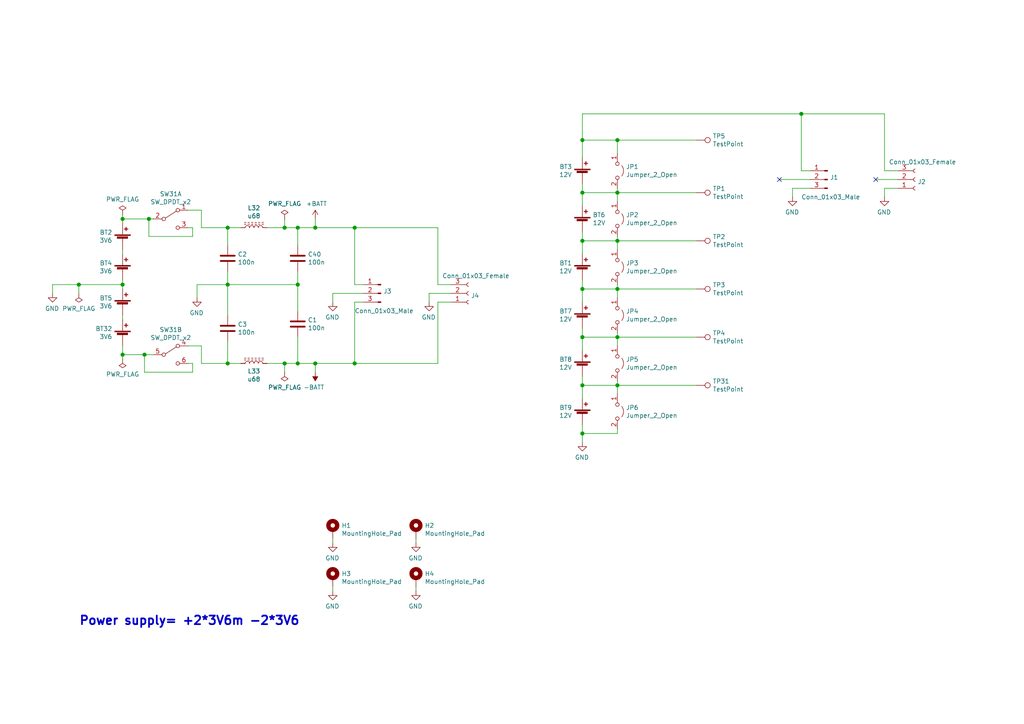
<source format=kicad_sch>
(kicad_sch (version 20210621) (generator eeschema)
  (paper "A4")
  (lib_symbols
    (symbol "Connector:Conn_01x03_Female" (pin_names (offset 1.016) hide)
      (property "Reference" "J" (at 0 5.08 0))
      (property "Value" "Conn_01x03_Female" (at 0 -5.08 0))
      (symbol "Conn_01x03_Female_1_1"
        (arc (start 0 -2.032) (end 0 -3.048) (radius (at 0 -2.54) (length 0.508) (angles 90.1 -90.1)) (stroke (width 0.1524)))
        (arc (start 0 0.508) (end 0 -0.508) (radius (at 0 0) (length 0.508) (angles 90.1 -90.1)) (stroke (width 0.1524)))
        (arc (start 0 3.048) (end 0 2.032) (radius (at 0 2.54) (length 0.508) (angles 90.1 -90.1)) (stroke (width 0.1524)))
        (polyline (pts (xy -1.27 -2.54) (xy -0.508 -2.54)) (stroke (width 0.1524)))
        (polyline (pts (xy -1.27 0) (xy -0.508 0)) (stroke (width 0.1524)))
        (polyline (pts (xy -1.27 2.54) (xy -0.508 2.54)) (stroke (width 0.1524)))
        (pin passive line (at -5.08 2.54 0) (length 3.81) (name "Pin_1") (number "1"))
        (pin passive line (at -5.08 0 0) (length 3.81) (name "Pin_2") (number "2"))
        (pin passive line (at -5.08 -2.54 0) (length 3.81) (name "Pin_3") (number "3"))
      )
    )
    (symbol "Connector:Conn_01x03_Male" (pin_names (offset 1.016) hide)
      (property "Reference" "J" (at 0 5.08 0))
      (property "Value" "Conn_01x03_Male" (at 0 -5.08 0))
      (symbol "Conn_01x03_Male_1_1"
        (rectangle (start 0.8636 -2.413) (end 0 -2.667) (stroke (width 0.1524)) (fill (type outline)))
        (rectangle (start 0.8636 0.127) (end 0 -0.127) (stroke (width 0.1524)) (fill (type outline)))
        (rectangle (start 0.8636 2.667) (end 0 2.413) (stroke (width 0.1524)) (fill (type outline)))
        (polyline (pts (xy 1.27 -2.54) (xy 0.8636 -2.54)) (stroke (width 0.1524)))
        (polyline (pts (xy 1.27 0) (xy 0.8636 0)) (stroke (width 0.1524)))
        (polyline (pts (xy 1.27 2.54) (xy 0.8636 2.54)) (stroke (width 0.1524)))
        (pin passive line (at 5.08 2.54 180) (length 3.81) (name "Pin_1") (number "1"))
        (pin passive line (at 5.08 0 180) (length 3.81) (name "Pin_2") (number "2"))
        (pin passive line (at 5.08 -2.54 180) (length 3.81) (name "Pin_3") (number "3"))
      )
    )
    (symbol "Connector:TestPoint" (pin_numbers hide) (pin_names (offset 0.762) hide)
      (property "Reference" "TP" (at 0 6.858 0))
      (property "Value" "TestPoint" (at 0 5.08 0))
      (symbol "TestPoint_0_1"
        (circle (center 0 3.302) (radius 0.762))
      )
      (symbol "TestPoint_1_1"
        (pin passive line (at 0 0 90) (length 2.54) (name "1") (number "1"))
      )
    )
    (symbol "Device:Battery_Cell" (pin_numbers hide) (pin_names (offset 0) hide)
      (property "Reference" "BT" (at 2.54 2.54 0))
      (property "Value" "Battery_Cell" (at 2.54 0 0))
      (symbol "Battery_Cell_0_1"
        (rectangle (start -2.286 1.778) (end 2.286 1.524) (fill (type outline)))
        (rectangle (start -1.5748 1.1938) (end 1.4732 0.6858) (fill (type outline)))
        (polyline (pts (xy 0 0.762) (xy 0 0)))
        (polyline (pts (xy 0 1.778) (xy 0 2.54)))
        (polyline (pts (xy 0.508 3.429) (xy 1.524 3.429)) (stroke (width 0.254)))
        (polyline (pts (xy 1.016 3.937) (xy 1.016 2.921)) (stroke (width 0.254)))
      )
      (symbol "Battery_Cell_1_1"
        (pin passive line (at 0 5.08 270) (length 2.54) (name "+") (number "1"))
        (pin passive line (at 0 -2.54 90) (length 2.54) (name "-") (number "2"))
      )
    )
    (symbol "Device:C" (pin_numbers hide) (pin_names (offset 0.254))
      (property "Reference" "C" (at 0.635 2.54 0))
      (property "Value" "C" (at 0.635 -2.54 0))
      (symbol "C_0_1"
        (polyline (pts (xy -2.032 -0.762) (xy 2.032 -0.762)) (stroke (width 0.508)))
        (polyline (pts (xy -2.032 0.762) (xy 2.032 0.762)) (stroke (width 0.508)))
      )
      (symbol "C_1_1"
        (pin passive line (at 0 3.81 270) (length 2.794) (name "~") (number "1"))
        (pin passive line (at 0 -3.81 90) (length 2.794) (name "~") (number "2"))
      )
    )
    (symbol "Device:L_Core_Ferrite" (pin_numbers hide) (pin_names (offset 1.016) hide)
      (property "Reference" "L" (at -1.27 0 90))
      (property "Value" "L_Core_Ferrite" (at 2.794 0 90))
      (symbol "L_Core_Ferrite_0_1"
        (arc (start 0 -2.54) (end 0 -1.27) (radius (at 0 -1.905) (length 0.635) (angles -89.9 89.9)))
        (arc (start 0 -1.27) (end 0 0) (radius (at 0 -0.635) (length 0.635) (angles -89.9 89.9)))
        (arc (start 0 0) (end 0 1.27) (radius (at 0 0.635) (length 0.635) (angles -89.9 89.9)))
        (arc (start 0 1.27) (end 0 2.54) (radius (at 0 1.905) (length 0.635) (angles -89.9 89.9)))
        (polyline (pts (xy 1.016 -2.794) (xy 1.016 -2.286)))
        (polyline (pts (xy 1.016 -1.778) (xy 1.016 -1.27)))
        (polyline (pts (xy 1.016 -0.762) (xy 1.016 -0.254)))
        (polyline (pts (xy 1.016 0.254) (xy 1.016 0.762)))
        (polyline (pts (xy 1.016 1.27) (xy 1.016 1.778)))
        (polyline (pts (xy 1.016 2.286) (xy 1.016 2.794)))
        (polyline (pts (xy 1.524 -2.286) (xy 1.524 -2.794)))
        (polyline (pts (xy 1.524 -1.27) (xy 1.524 -1.778)))
        (polyline (pts (xy 1.524 -0.254) (xy 1.524 -0.762)))
        (polyline (pts (xy 1.524 0.762) (xy 1.524 0.254)))
        (polyline (pts (xy 1.524 1.778) (xy 1.524 1.27)))
        (polyline (pts (xy 1.524 2.794) (xy 1.524 2.286)))
      )
      (symbol "L_Core_Ferrite_1_1"
        (pin passive line (at 0 3.81 270) (length 1.27) (name "1") (number "1"))
        (pin passive line (at 0 -3.81 90) (length 1.27) (name "2") (number "2"))
      )
    )
    (symbol "Jumper:Jumper_2_Open" (pin_names (offset 0) hide)
      (property "Reference" "JP" (at 0 2.794 0))
      (property "Value" "Jumper_2_Open" (at 0 -2.286 0))
      (symbol "Jumper_2_Open_0_0"
        (circle (center -2.032 0) (radius 0.508))
        (circle (center 2.032 0) (radius 0.508))
      )
      (symbol "Jumper_2_Open_0_1"
        (arc (start -1.524 1.27) (end 1.524 1.27) (radius (at 0 -0.762) (length 2.54) (angles 126.9 53.1)))
      )
      (symbol "Jumper_2_Open_1_1"
        (pin passive line (at -5.08 0 0) (length 2.54) (name "A") (number "1"))
        (pin passive line (at 5.08 0 180) (length 2.54) (name "B") (number "2"))
      )
    )
    (symbol "Mechanical:MountingHole_Pad" (pin_numbers hide) (pin_names (offset 1.016) hide)
      (property "Reference" "H" (at 0 6.35 0))
      (property "Value" "MountingHole_Pad" (at 0 4.445 0))
      (symbol "MountingHole_Pad_0_1"
        (circle (center 0 1.27) (radius 1.27) (stroke (width 1.27)))
      )
      (symbol "MountingHole_Pad_1_1"
        (pin input line (at 0 -2.54 90) (length 2.54) (name "1") (number "1"))
      )
    )
    (symbol "Switch:SW_DPDT_x2" (pin_names (offset 0) hide)
      (property "Reference" "SW" (at 0 4.318 0))
      (property "Value" "SW_DPDT_x2" (at 0 -5.08 0))
      (symbol "SW_DPDT_x2_0_0"
        (circle (center -2.032 0) (radius 0.508))
        (circle (center 2.032 -2.54) (radius 0.508))
      )
      (symbol "SW_DPDT_x2_0_1"
        (circle (center 2.032 2.54) (radius 0.508))
        (polyline (pts (xy -1.524 0.254) (xy 1.651 2.286)))
      )
      (symbol "SW_DPDT_x2_1_1"
        (pin passive line (at 5.08 2.54 180) (length 2.54) (name "A") (number "1"))
        (pin passive line (at -5.08 0 0) (length 2.54) (name "B") (number "2"))
        (pin passive line (at 5.08 -2.54 180) (length 2.54) (name "C") (number "3"))
      )
      (symbol "SW_DPDT_x2_2_1"
        (pin passive line (at 5.08 2.54 180) (length 2.54) (name "A") (number "4"))
        (pin passive line (at -5.08 0 0) (length 2.54) (name "B") (number "5"))
        (pin passive line (at 5.08 -2.54 180) (length 2.54) (name "C") (number "6"))
      )
    )
    (symbol "power:+BATT" (power) (pin_names (offset 0))
      (property "Value" "+BATT" (at 0 3.556 0))
      (symbol "+BATT_0_1"
        (polyline (pts (xy -0.762 1.27) (xy 0 2.54)))
        (polyline (pts (xy 0 0) (xy 0 2.54)))
        (polyline (pts (xy 0 2.54) (xy 0.762 1.27)))
      )
      (symbol "+BATT_1_1"
        (pin power_in line (at 0 0 90) (length 0) hide (name "+BATT") (number "1"))
      )
    )
    (symbol "power:-BATT" (power) (pin_names (offset 0))
      (property "Value" "-BATT" (at 0 3.556 0))
      (symbol "-BATT_0_1"
        (polyline (pts (xy 0 0) (xy 0 2.54)))
        (polyline (pts (xy 0.762 1.27) (xy -0.762 1.27) (xy 0 2.54) (xy 0.762 1.27)) (fill (type outline)))
      )
      (symbol "-BATT_1_1"
        (pin power_in line (at 0 0 90) (length 0) hide (name "-BATT") (number "1"))
      )
    )
    (symbol "power:GND" (power) (pin_names (offset 0))
      (property "Value" "GND" (at 0 -3.81 0))
      (symbol "GND_0_1"
        (polyline (pts (xy 0 0) (xy 0 -1.27) (xy 1.27 -1.27) (xy 0 -2.54) (xy -1.27 -1.27) (xy 0 -1.27)))
      )
      (symbol "GND_1_1"
        (pin power_in line (at 0 0 270) (length 0) hide (name "GND") (number "1"))
      )
    )
    (symbol "power:PWR_FLAG" (power) (pin_numbers hide) (pin_names (offset 0) hide)
      (property "Value" "PWR_FLAG" (at 0 3.81 0))
      (symbol "PWR_FLAG_0_0"
        (pin power_out line (at 0 0 90) (length 0) (name "pwr") (number "1"))
      )
      (symbol "PWR_FLAG_0_1"
        (polyline (pts (xy 0 0) (xy 0 1.27) (xy -1.016 1.905) (xy 0 2.54) (xy 1.016 1.905) (xy 0 1.27)))
      )
    )
  )
  (junction (at 22.86 82.55) (diameter 1.016))
  (junction (at 35.56 63.5) (diameter 1.016))
  (junction (at 35.56 82.55) (diameter 1.016))
  (junction (at 35.56 102.87) (diameter 1.016))
  (junction (at 41.91 102.87) (diameter 1.016))
  (junction (at 43.18 63.5) (diameter 1.016))
  (junction (at 66.04 66.04) (diameter 1.016))
  (junction (at 66.04 82.55) (diameter 1.016))
  (junction (at 66.04 105.41) (diameter 1.016))
  (junction (at 82.55 66.04) (diameter 1.016))
  (junction (at 82.55 105.41) (diameter 1.016))
  (junction (at 86.36 66.04) (diameter 1.016))
  (junction (at 86.36 82.55) (diameter 1.016))
  (junction (at 86.36 105.41) (diameter 1.016))
  (junction (at 91.44 66.04) (diameter 1.016))
  (junction (at 91.44 105.41) (diameter 1.016))
  (junction (at 102.87 66.04) (diameter 1.016))
  (junction (at 102.87 105.41) (diameter 1.016))
  (junction (at 168.91 40.64) (diameter 1.016))
  (junction (at 168.91 55.88) (diameter 1.016))
  (junction (at 168.91 69.85) (diameter 1.016))
  (junction (at 168.91 83.82) (diameter 1.016))
  (junction (at 168.91 97.79) (diameter 1.016))
  (junction (at 168.91 111.76) (diameter 1.016))
  (junction (at 168.91 125.73) (diameter 1.016))
  (junction (at 179.07 40.64) (diameter 1.016))
  (junction (at 179.07 55.88) (diameter 1.016))
  (junction (at 179.07 69.85) (diameter 1.016))
  (junction (at 179.07 83.82) (diameter 1.016))
  (junction (at 179.07 97.79) (diameter 1.016))
  (junction (at 179.07 111.76) (diameter 1.016))
  (junction (at 232.41 33.02) (diameter 1.016))
  (no_connect (at 226.06 52.07))
  (no_connect (at 254 52.07))
  (wire (pts (xy 15.24 82.55) (xy 15.24 85.09)))
  (wire (pts (xy 15.24 82.55) (xy 22.86 82.55)))
  (wire (pts (xy 22.86 82.55) (xy 35.56 82.55)))
  (wire (pts (xy 22.86 85.09) (xy 22.86 82.55)))
  (wire (pts (xy 35.56 63.5) (xy 35.56 62.23)))
  (wire (pts (xy 35.56 63.5) (xy 35.56 64.77)))
  (wire (pts (xy 35.56 63.5) (xy 43.18 63.5)))
  (wire (pts (xy 35.56 72.39) (xy 35.56 73.66)))
  (wire (pts (xy 35.56 81.28) (xy 35.56 82.55)))
  (wire (pts (xy 35.56 82.55) (xy 35.56 83.82)))
  (wire (pts (xy 35.56 91.44) (xy 35.56 92.71)))
  (wire (pts (xy 35.56 100.33) (xy 35.56 102.87)))
  (wire (pts (xy 35.56 102.87) (xy 41.91 102.87)))
  (wire (pts (xy 35.56 104.14) (xy 35.56 102.87)))
  (wire (pts (xy 41.91 102.87) (xy 44.45 102.87)))
  (wire (pts (xy 41.91 107.95) (xy 41.91 102.87)))
  (wire (pts (xy 43.18 63.5) (xy 44.45 63.5)))
  (wire (pts (xy 43.18 68.58) (xy 43.18 63.5)))
  (wire (pts (xy 54.61 60.96) (xy 58.42 60.96)))
  (wire (pts (xy 54.61 100.33) (xy 58.42 100.33)))
  (wire (pts (xy 54.61 105.41) (xy 55.88 105.41)))
  (wire (pts (xy 55.88 66.04) (xy 54.61 66.04)))
  (wire (pts (xy 55.88 66.04) (xy 55.88 68.58)))
  (wire (pts (xy 55.88 68.58) (xy 43.18 68.58)))
  (wire (pts (xy 55.88 105.41) (xy 55.88 107.95)))
  (wire (pts (xy 55.88 107.95) (xy 41.91 107.95)))
  (wire (pts (xy 57.15 82.55) (xy 57.15 86.36)))
  (wire (pts (xy 58.42 60.96) (xy 58.42 66.04)))
  (wire (pts (xy 58.42 66.04) (xy 66.04 66.04)))
  (wire (pts (xy 58.42 100.33) (xy 58.42 105.41)))
  (wire (pts (xy 58.42 105.41) (xy 66.04 105.41)))
  (wire (pts (xy 66.04 66.04) (xy 66.04 71.12)))
  (wire (pts (xy 66.04 78.74) (xy 66.04 82.55)))
  (wire (pts (xy 66.04 82.55) (xy 57.15 82.55)))
  (wire (pts (xy 66.04 82.55) (xy 86.36 82.55)))
  (wire (pts (xy 66.04 91.44) (xy 66.04 82.55)))
  (wire (pts (xy 66.04 105.41) (xy 66.04 99.06)))
  (wire (pts (xy 69.85 66.04) (xy 66.04 66.04)))
  (wire (pts (xy 69.85 105.41) (xy 66.04 105.41)))
  (wire (pts (xy 77.47 66.04) (xy 82.55 66.04)))
  (wire (pts (xy 77.47 105.41) (xy 82.55 105.41)))
  (wire (pts (xy 82.55 66.04) (xy 82.55 63.5)))
  (wire (pts (xy 82.55 66.04) (xy 86.36 66.04)))
  (wire (pts (xy 82.55 105.41) (xy 86.36 105.41)))
  (wire (pts (xy 82.55 107.95) (xy 82.55 105.41)))
  (wire (pts (xy 86.36 66.04) (xy 86.36 71.12)))
  (wire (pts (xy 86.36 66.04) (xy 91.44 66.04)))
  (wire (pts (xy 86.36 78.74) (xy 86.36 82.55)))
  (wire (pts (xy 86.36 82.55) (xy 86.36 90.17)))
  (wire (pts (xy 86.36 97.79) (xy 86.36 105.41)))
  (wire (pts (xy 86.36 105.41) (xy 91.44 105.41)))
  (wire (pts (xy 91.44 66.04) (xy 91.44 63.5)))
  (wire (pts (xy 91.44 66.04) (xy 102.87 66.04)))
  (wire (pts (xy 91.44 107.95) (xy 91.44 105.41)))
  (wire (pts (xy 96.52 85.09) (xy 96.52 87.63)))
  (wire (pts (xy 96.52 85.09) (xy 105.41 85.09)))
  (wire (pts (xy 96.52 157.48) (xy 96.52 156.21)))
  (wire (pts (xy 96.52 171.45) (xy 96.52 170.18)))
  (wire (pts (xy 102.87 66.04) (xy 102.87 82.55)))
  (wire (pts (xy 102.87 66.04) (xy 127 66.04)))
  (wire (pts (xy 102.87 82.55) (xy 105.41 82.55)))
  (wire (pts (xy 102.87 87.63) (xy 102.87 105.41)))
  (wire (pts (xy 102.87 105.41) (xy 91.44 105.41)))
  (wire (pts (xy 105.41 87.63) (xy 102.87 87.63)))
  (wire (pts (xy 120.65 157.48) (xy 120.65 156.21)))
  (wire (pts (xy 120.65 171.45) (xy 120.65 170.18)))
  (wire (pts (xy 124.46 85.09) (xy 124.46 87.63)))
  (wire (pts (xy 127 66.04) (xy 127 82.55)))
  (wire (pts (xy 127 82.55) (xy 130.81 82.55)))
  (wire (pts (xy 127 87.63) (xy 127 105.41)))
  (wire (pts (xy 127 105.41) (xy 102.87 105.41)))
  (wire (pts (xy 130.81 85.09) (xy 124.46 85.09)))
  (wire (pts (xy 130.81 87.63) (xy 127 87.63)))
  (wire (pts (xy 168.91 33.02) (xy 168.91 40.64)))
  (wire (pts (xy 168.91 33.02) (xy 232.41 33.02)))
  (wire (pts (xy 168.91 40.64) (xy 168.91 45.72)))
  (wire (pts (xy 168.91 53.34) (xy 168.91 55.88)))
  (wire (pts (xy 168.91 55.88) (xy 168.91 59.69)))
  (wire (pts (xy 168.91 69.85) (xy 168.91 67.31)))
  (wire (pts (xy 168.91 73.66) (xy 168.91 69.85)))
  (wire (pts (xy 168.91 83.82) (xy 168.91 81.28)))
  (wire (pts (xy 168.91 87.63) (xy 168.91 83.82)))
  (wire (pts (xy 168.91 97.79) (xy 168.91 95.25)))
  (wire (pts (xy 168.91 101.6) (xy 168.91 97.79)))
  (wire (pts (xy 168.91 111.76) (xy 168.91 109.22)))
  (wire (pts (xy 168.91 115.57) (xy 168.91 111.76)))
  (wire (pts (xy 168.91 123.19) (xy 168.91 125.73)))
  (wire (pts (xy 168.91 125.73) (xy 168.91 128.27)))
  (wire (pts (xy 179.07 40.64) (xy 168.91 40.64)))
  (wire (pts (xy 179.07 44.45) (xy 179.07 40.64)))
  (wire (pts (xy 179.07 54.61) (xy 179.07 55.88)))
  (wire (pts (xy 179.07 55.88) (xy 168.91 55.88)))
  (wire (pts (xy 179.07 55.88) (xy 179.07 58.42)))
  (wire (pts (xy 179.07 69.85) (xy 168.91 69.85)))
  (wire (pts (xy 179.07 69.85) (xy 179.07 68.58)))
  (wire (pts (xy 179.07 72.39) (xy 179.07 69.85)))
  (wire (pts (xy 179.07 83.82) (xy 168.91 83.82)))
  (wire (pts (xy 179.07 83.82) (xy 179.07 82.55)))
  (wire (pts (xy 179.07 86.36) (xy 179.07 83.82)))
  (wire (pts (xy 179.07 97.79) (xy 168.91 97.79)))
  (wire (pts (xy 179.07 97.79) (xy 179.07 96.52)))
  (wire (pts (xy 179.07 100.33) (xy 179.07 97.79)))
  (wire (pts (xy 179.07 111.76) (xy 168.91 111.76)))
  (wire (pts (xy 179.07 111.76) (xy 179.07 110.49)))
  (wire (pts (xy 179.07 111.76) (xy 201.93 111.76)))
  (wire (pts (xy 179.07 114.3) (xy 179.07 111.76)))
  (wire (pts (xy 179.07 124.46) (xy 179.07 125.73)))
  (wire (pts (xy 179.07 125.73) (xy 168.91 125.73)))
  (wire (pts (xy 201.93 40.64) (xy 179.07 40.64)))
  (wire (pts (xy 201.93 55.88) (xy 179.07 55.88)))
  (wire (pts (xy 201.93 69.85) (xy 179.07 69.85)))
  (wire (pts (xy 201.93 83.82) (xy 179.07 83.82)))
  (wire (pts (xy 201.93 97.79) (xy 179.07 97.79)))
  (wire (pts (xy 226.06 52.07) (xy 234.95 52.07)))
  (wire (pts (xy 229.87 54.61) (xy 229.87 57.15)))
  (wire (pts (xy 229.87 54.61) (xy 234.95 54.61)))
  (wire (pts (xy 232.41 33.02) (xy 232.41 49.53)))
  (wire (pts (xy 232.41 33.02) (xy 256.54 33.02)))
  (wire (pts (xy 232.41 49.53) (xy 234.95 49.53)))
  (wire (pts (xy 256.54 33.02) (xy 256.54 49.53)))
  (wire (pts (xy 256.54 49.53) (xy 260.35 49.53)))
  (wire (pts (xy 256.54 54.61) (xy 256.54 57.15)))
  (wire (pts (xy 260.35 52.07) (xy 254 52.07)))
  (wire (pts (xy 260.35 54.61) (xy 256.54 54.61)))
  (text "Power supply= +2*3V6m -2*3V6" (at 22.86 181.61 0) (effects (font (size 2.4892 2.4892) (thickness 0.4978) bold) (justify left bottom)))
  (symbol (lib_id "power:+BATT") (at 91.44 63.5 0) (unit 1)
    (property "Reference" "#PWR049" (effects hide))
    (property "Value" "+BATT" (at 91.821 59.1058 0))
  )
  (symbol (lib_id "power:-BATT") (at 91.44 107.95 180) (unit 1)
    (property "Reference" "#PWR050" (effects hide))
    (property "Value" "-BATT" (at 91.059 112.3442 0))
  )
  (symbol (lib_id "power:PWR_FLAG") (at 22.86 85.09 0) (mirror x) (unit 1)
    (property "Reference" "#FLG0101" (effects hide))
    (property "Value" "PWR_FLAG" (at 22.86 89.5096 0))
  )
  (symbol (lib_id "power:PWR_FLAG") (at 35.56 62.23 0) (mirror y) (unit 1)
    (property "Reference" "#FLG032" (effects hide))
    (property "Value" "PWR_FLAG" (at 35.56 57.8104 0))
  )
  (symbol (lib_id "power:PWR_FLAG") (at 35.56 104.14 0) (mirror x) (unit 1)
    (property "Reference" "#FLG033" (effects hide))
    (property "Value" "PWR_FLAG" (at 35.56 108.5596 0))
  )
  (symbol (lib_id "power:PWR_FLAG") (at 82.55 63.5 0) (mirror y) (unit 1)
    (property "Reference" "#FLG034" (effects hide))
    (property "Value" "PWR_FLAG" (at 82.55 59.0804 0))
  )
  (symbol (lib_id "power:PWR_FLAG") (at 82.55 107.95 0) (mirror x) (unit 1)
    (property "Reference" "#FLG035" (effects hide))
    (property "Value" "PWR_FLAG" (at 82.55 112.3696 0))
  )
  (symbol (lib_id "Connector:TestPoint") (at 201.93 40.64 270) (unit 1)
    (property "Reference" "TP5" (at 206.7052 39.4716 90) (effects (justify left)))
    (property "Value" "TestPoint" (at 206.7052 41.783 90) (effects (justify left)))
    (property "Footprint" "TestPoint:TestPoint_Pad_D3.0mm" (effects hide))
  )
  (symbol (lib_id "Connector:TestPoint") (at 201.93 55.88 270) (unit 1)
    (property "Reference" "TP1" (at 206.7052 54.7116 90) (effects (justify left)))
    (property "Value" "TestPoint" (at 206.7052 57.023 90) (effects (justify left)))
    (property "Footprint" "TestPoint:TestPoint_Pad_D3.0mm" (effects hide))
  )
  (symbol (lib_id "Connector:TestPoint") (at 201.93 69.85 270) (unit 1)
    (property "Reference" "TP2" (at 206.7052 68.6816 90) (effects (justify left)))
    (property "Value" "TestPoint" (at 206.7052 70.993 90) (effects (justify left)))
    (property "Footprint" "TestPoint:TestPoint_Pad_D3.0mm" (effects hide))
  )
  (symbol (lib_id "Connector:TestPoint") (at 201.93 83.82 270) (unit 1)
    (property "Reference" "TP3" (at 206.7052 82.6516 90) (effects (justify left)))
    (property "Value" "TestPoint" (at 206.7052 84.963 90) (effects (justify left)))
    (property "Footprint" "TestPoint:TestPoint_Pad_D3.0mm" (effects hide))
  )
  (symbol (lib_id "Connector:TestPoint") (at 201.93 97.79 270) (unit 1)
    (property "Reference" "TP4" (at 206.7052 96.6216 90) (effects (justify left)))
    (property "Value" "TestPoint" (at 206.7052 98.933 90) (effects (justify left)))
    (property "Footprint" "TestPoint:TestPoint_Pad_D3.0mm" (effects hide))
  )
  (symbol (lib_id "Connector:TestPoint") (at 201.93 111.76 270) (unit 1)
    (property "Reference" "TP31" (at 206.7052 110.5916 90) (effects (justify left)))
    (property "Value" "TestPoint" (at 206.7052 112.903 90) (effects (justify left)))
    (property "Footprint" "TestPoint:TestPoint_Pad_D3.0mm" (effects hide))
  )
  (symbol (lib_id "power:GND") (at 15.24 85.09 0) (mirror y) (unit 1)
    (property "Reference" "#PWR033" (effects hide))
    (property "Value" "GND" (at 15.113 89.4842 0))
  )
  (symbol (lib_id "power:GND") (at 57.15 86.36 0) (mirror y) (unit 1)
    (property "Reference" "#PWR042" (effects hide))
    (property "Value" "GND" (at 57.023 90.7542 0))
  )
  (symbol (lib_id "power:GND") (at 96.52 87.63 0) (mirror y) (unit 1)
    (property "Reference" "#PWR08" (effects hide))
    (property "Value" "GND" (at 96.393 92.0242 0))
  )
  (symbol (lib_id "power:GND") (at 96.52 157.48 0) (mirror y) (unit 1)
    (property "Reference" "#PWR02" (effects hide))
    (property "Value" "GND" (at 96.393 161.8742 0))
  )
  (symbol (lib_id "power:GND") (at 96.52 171.45 0) (mirror y) (unit 1)
    (property "Reference" "#PWR04" (effects hide))
    (property "Value" "GND" (at 96.393 175.8442 0))
  )
  (symbol (lib_id "power:GND") (at 120.65 157.48 0) (mirror y) (unit 1)
    (property "Reference" "#PWR03" (effects hide))
    (property "Value" "GND" (at 120.523 161.8742 0))
  )
  (symbol (lib_id "power:GND") (at 120.65 171.45 0) (mirror y) (unit 1)
    (property "Reference" "#PWR05" (effects hide))
    (property "Value" "GND" (at 120.523 175.8442 0))
  )
  (symbol (lib_id "power:GND") (at 124.46 87.63 0) (mirror y) (unit 1)
    (property "Reference" "#PWR09" (effects hide))
    (property "Value" "GND" (at 124.333 92.0242 0))
  )
  (symbol (lib_id "power:GND") (at 168.91 128.27 0) (mirror y) (unit 1)
    (property "Reference" "#PWR01" (effects hide))
    (property "Value" "GND" (at 168.783 132.6642 0))
  )
  (symbol (lib_id "power:GND") (at 229.87 57.15 0) (mirror y) (unit 1)
    (property "Reference" "#PWR06" (effects hide))
    (property "Value" "GND" (at 229.743 61.5442 0))
  )
  (symbol (lib_id "power:GND") (at 256.54 57.15 0) (mirror y) (unit 1)
    (property "Reference" "#PWR07" (effects hide))
    (property "Value" "GND" (at 256.413 61.5442 0))
  )
  (symbol (lib_id "Device:L_Core_Ferrite") (at 73.66 66.04 270) (mirror x) (unit 1)
    (property "Reference" "L32" (at 73.66 60.325 90))
    (property "Value" "u68" (at 73.66 62.6364 90))
    (property "Footprint" "Inductor_SMD:L_1812_4532Metric_Pad1.30x3.40mm_HandSolder" (effects hide))
  )
  (symbol (lib_id "Device:L_Core_Ferrite") (at 73.66 105.41 270) (mirror x) (unit 1)
    (property "Reference" "L33" (at 73.66 107.6706 90))
    (property "Value" "u68" (at 73.66 109.982 90))
    (property "Footprint" "Inductor_SMD:L_1812_4532Metric_Pad1.30x3.40mm_HandSolder" (effects hide))
  )
  (symbol (lib_id "Mechanical:MountingHole_Pad") (at 96.52 153.67 0) (unit 1)
    (property "Reference" "H1" (at 99.06 152.4254 0) (effects (justify left)))
    (property "Value" "MountingHole_Pad" (at 99.06 154.7368 0) (effects (justify left)))
    (property "Footprint" "MountingHole:MountingHole_3.5mm_Pad" (effects hide))
  )
  (symbol (lib_id "Mechanical:MountingHole_Pad") (at 96.52 167.64 0) (unit 1)
    (property "Reference" "H3" (at 99.06 166.3954 0) (effects (justify left)))
    (property "Value" "MountingHole_Pad" (at 99.06 168.7068 0) (effects (justify left)))
    (property "Footprint" "MountingHole:MountingHole_3.5mm_Pad" (effects hide))
  )
  (symbol (lib_id "Mechanical:MountingHole_Pad") (at 120.65 153.67 0) (unit 1)
    (property "Reference" "H2" (at 123.19 152.4254 0) (effects (justify left)))
    (property "Value" "MountingHole_Pad" (at 123.19 154.7368 0) (effects (justify left)))
    (property "Footprint" "MountingHole:MountingHole_3.5mm_Pad" (effects hide))
  )
  (symbol (lib_id "Mechanical:MountingHole_Pad") (at 120.65 167.64 0) (unit 1)
    (property "Reference" "H4" (at 123.19 166.3954 0) (effects (justify left)))
    (property "Value" "MountingHole_Pad" (at 123.19 168.7068 0) (effects (justify left)))
    (property "Footprint" "MountingHole:MountingHole_3.5mm_Pad" (effects hide))
  )
  (symbol (lib_id "Jumper:Jumper_2_Open") (at 179.07 49.53 270) (unit 1)
    (property "Reference" "JP1" (at 181.5592 48.3616 90) (effects (justify left)))
    (property "Value" "Jumper_2_Open" (at 181.5592 50.673 90) (effects (justify left)))
    (property "Footprint" "Jumper:SolderJumper-2_P1.3mm_Open_Pad1.0x1.5mm" (effects hide))
  )
  (symbol (lib_id "Jumper:Jumper_2_Open") (at 179.07 63.5 270) (unit 1)
    (property "Reference" "JP2" (at 181.5592 62.3316 90) (effects (justify left)))
    (property "Value" "Jumper_2_Open" (at 181.5592 64.643 90) (effects (justify left)))
    (property "Footprint" "Jumper:SolderJumper-2_P1.3mm_Open_Pad1.0x1.5mm" (effects hide))
  )
  (symbol (lib_id "Jumper:Jumper_2_Open") (at 179.07 77.47 270) (unit 1)
    (property "Reference" "JP3" (at 181.5592 76.3016 90) (effects (justify left)))
    (property "Value" "Jumper_2_Open" (at 181.5592 78.613 90) (effects (justify left)))
    (property "Footprint" "Jumper:SolderJumper-2_P1.3mm_Open_Pad1.0x1.5mm" (effects hide))
  )
  (symbol (lib_id "Jumper:Jumper_2_Open") (at 179.07 91.44 270) (unit 1)
    (property "Reference" "JP4" (at 181.5592 90.2716 90) (effects (justify left)))
    (property "Value" "Jumper_2_Open" (at 181.5592 92.583 90) (effects (justify left)))
    (property "Footprint" "Jumper:SolderJumper-2_P1.3mm_Open_Pad1.0x1.5mm" (effects hide))
  )
  (symbol (lib_id "Jumper:Jumper_2_Open") (at 179.07 105.41 270) (unit 1)
    (property "Reference" "JP5" (at 181.5592 104.2416 90) (effects (justify left)))
    (property "Value" "Jumper_2_Open" (at 181.5592 106.553 90) (effects (justify left)))
    (property "Footprint" "Jumper:SolderJumper-2_P1.3mm_Open_Pad1.0x1.5mm" (effects hide))
  )
  (symbol (lib_id "Jumper:Jumper_2_Open") (at 179.07 119.38 270) (unit 1)
    (property "Reference" "JP6" (at 181.5592 118.2116 90) (effects (justify left)))
    (property "Value" "Jumper_2_Open" (at 181.5592 120.523 90) (effects (justify left)))
    (property "Footprint" "Jumper:SolderJumper-2_P1.3mm_Open_Pad1.0x1.5mm" (effects hide))
  )
  (symbol (lib_id "Connector:Conn_01x03_Male") (at 110.49 85.09 0) (mirror y) (unit 1)
    (property "Reference" "J3" (at 111.2012 84.4804 0) (effects (justify right)))
    (property "Value" "Conn_01x03_Male" (at 102.87 90.17 0) (effects (justify right)))
    (property "Footprint" "Connector_PinHeader_2.54mm:PinHeader_1x03_P2.54mm_Vertical" (effects hide))
  )
  (symbol (lib_id "Connector:Conn_01x03_Male") (at 240.03 52.07 0) (mirror y) (unit 1)
    (property "Reference" "J1" (at 240.7412 51.4604 0) (effects (justify right)))
    (property "Value" "Conn_01x03_Male" (at 232.41 57.15 0) (effects (justify right)))
    (property "Footprint" "Connector_PinHeader_2.54mm:PinHeader_1x03_P2.54mm_Vertical" (effects hide))
  )
  (symbol (lib_id "Connector:Conn_01x03_Female") (at 135.89 85.09 0) (mirror x) (unit 1)
    (property "Reference" "J4" (at 136.6012 85.7504 0) (effects (justify left)))
    (property "Value" "Conn_01x03_Female" (at 128.27 80.01 0) (effects (justify left)))
    (property "Footprint" "Connector_PinSocket_2.54mm:PinSocket_1x03_P2.54mm_Vertical" (effects hide))
  )
  (symbol (lib_id "Connector:Conn_01x03_Female") (at 265.43 52.07 0) (mirror x) (unit 1)
    (property "Reference" "J2" (at 266.1412 52.7304 0) (effects (justify left)))
    (property "Value" "Conn_01x03_Female" (at 257.81 46.99 0) (effects (justify left)))
    (property "Footprint" "Connector_PinSocket_2.54mm:PinSocket_1x03_P2.54mm_Vertical" (effects hide))
  )
  (symbol (lib_id "Device:Battery_Cell") (at 35.56 69.85 0) (unit 1)
    (property "Reference" "BT2" (at 32.5628 67.4116 0) (effects (justify right)))
    (property "Value" "3V6" (at 32.5628 69.723 0) (effects (justify right)))
    (property "Footprint" "PowerSupply:MR18650BatteryHolder" (effects hide))
  )
  (symbol (lib_id "Device:Battery_Cell") (at 35.56 78.74 0) (unit 1)
    (property "Reference" "BT4" (at 32.5628 76.3016 0) (effects (justify right)))
    (property "Value" "3V6" (at 32.5628 78.613 0) (effects (justify right)))
    (property "Footprint" "PowerSupply:MR18650BatteryHolder" (effects hide))
  )
  (symbol (lib_id "Device:Battery_Cell") (at 35.56 88.9 0) (unit 1)
    (property "Reference" "BT5" (at 32.5628 86.4616 0) (effects (justify right)))
    (property "Value" "3V6" (at 32.5628 88.773 0) (effects (justify right)))
    (property "Footprint" "PowerSupply:MR18650BatteryHolder" (effects hide))
  )
  (symbol (lib_id "Device:Battery_Cell") (at 35.56 97.79 0) (unit 1)
    (property "Reference" "BT32" (at 32.5628 95.3516 0) (effects (justify right)))
    (property "Value" "3V6" (at 32.5628 97.663 0) (effects (justify right)))
    (property "Footprint" "PowerSupply:MR18650BatteryHolder" (effects hide))
  )
  (symbol (lib_id "Device:C") (at 66.04 74.93 180) (unit 1)
    (property "Reference" "C2" (at 68.961 73.7616 0) (effects (justify right)))
    (property "Value" "100n" (at 68.961 76.073 0) (effects (justify right)))
    (property "Footprint" "Capacitor_SMD:C_0805_2012Metric" (effects hide))
  )
  (symbol (lib_id "Device:C") (at 66.04 95.25 180) (unit 1)
    (property "Reference" "C3" (at 68.961 94.0816 0) (effects (justify right)))
    (property "Value" "100n" (at 68.961 96.393 0) (effects (justify right)))
    (property "Footprint" "Capacitor_SMD:C_0805_2012Metric" (effects hide))
  )
  (symbol (lib_id "Device:C") (at 86.36 74.93 180) (unit 1)
    (property "Reference" "C40" (at 89.281 73.7616 0) (effects (justify right)))
    (property "Value" "100n" (at 89.281 76.073 0) (effects (justify right)))
    (property "Footprint" "Capacitor_SMD:C_0805_2012Metric" (effects hide))
  )
  (symbol (lib_id "Device:C") (at 86.36 93.98 180) (unit 1)
    (property "Reference" "C1" (at 89.281 92.8116 0) (effects (justify right)))
    (property "Value" "100n" (at 89.281 95.123 0) (effects (justify right)))
    (property "Footprint" "Capacitor_SMD:C_0805_2012Metric" (effects hide))
  )
  (symbol (lib_id "Device:Battery_Cell") (at 168.91 50.8 0) (unit 1)
    (property "Reference" "BT3" (at 165.9128 48.3616 0) (effects (justify right)))
    (property "Value" "12V" (at 165.9128 50.673 0) (effects (justify right)))
    (property "Footprint" "PowerSupply:27ABatteryHolder" (effects hide))
  )
  (symbol (lib_id "Device:Battery_Cell") (at 168.91 64.77 0) (unit 1)
    (property "Reference" "BT6" (at 171.9072 62.3316 0) (effects (justify left)))
    (property "Value" "12V" (at 171.9072 64.643 0) (effects (justify left)))
    (property "Footprint" "PowerSupply:27ABatteryHolder" (effects hide))
  )
  (symbol (lib_id "Device:Battery_Cell") (at 168.91 78.74 0) (unit 1)
    (property "Reference" "BT1" (at 165.9128 76.3016 0) (effects (justify right)))
    (property "Value" "12V" (at 165.9128 78.613 0) (effects (justify right)))
    (property "Footprint" "PowerSupply:27ABatteryHolder" (effects hide))
  )
  (symbol (lib_id "Device:Battery_Cell") (at 168.91 92.71 0) (unit 1)
    (property "Reference" "BT7" (at 165.9128 90.2716 0) (effects (justify right)))
    (property "Value" "12V" (at 165.9128 92.583 0) (effects (justify right)))
    (property "Footprint" "PowerSupply:27ABatteryHolder" (effects hide))
  )
  (symbol (lib_id "Device:Battery_Cell") (at 168.91 106.68 0) (unit 1)
    (property "Reference" "BT8" (at 165.9128 104.2416 0) (effects (justify right)))
    (property "Value" "12V" (at 165.9128 106.553 0) (effects (justify right)))
    (property "Footprint" "PowerSupply:27ABatteryHolder" (effects hide))
  )
  (symbol (lib_id "Device:Battery_Cell") (at 168.91 120.65 0) (unit 1)
    (property "Reference" "BT9" (at 165.9128 118.2116 0) (effects (justify right)))
    (property "Value" "12V" (at 165.9128 120.523 0) (effects (justify right)))
    (property "Footprint" "PowerSupply:27ABatteryHolder" (effects hide))
  )
  (symbol (lib_id "Switch:SW_DPDT_x2") (at 49.53 63.5 0) (unit 1)
    (property "Reference" "SW31" (at 49.53 56.261 0))
    (property "Value" "SW_DPDT_x2" (at 49.53 58.5724 0))
    (property "Footprint" "Button_Switch_THT:SW_E-Switch_EG1271_DPDT" (effects hide))
  )
  (symbol (lib_id "Switch:SW_DPDT_x2") (at 49.53 102.87 0) (unit 2)
    (property "Reference" "SW31" (at 49.53 95.631 0))
    (property "Value" "SW_DPDT_x2" (at 49.53 97.9424 0))
    (property "Footprint" "Button_Switch_THT:SW_E-Switch_EG1271_DPDT" (effects hide))
  )
)
</source>
